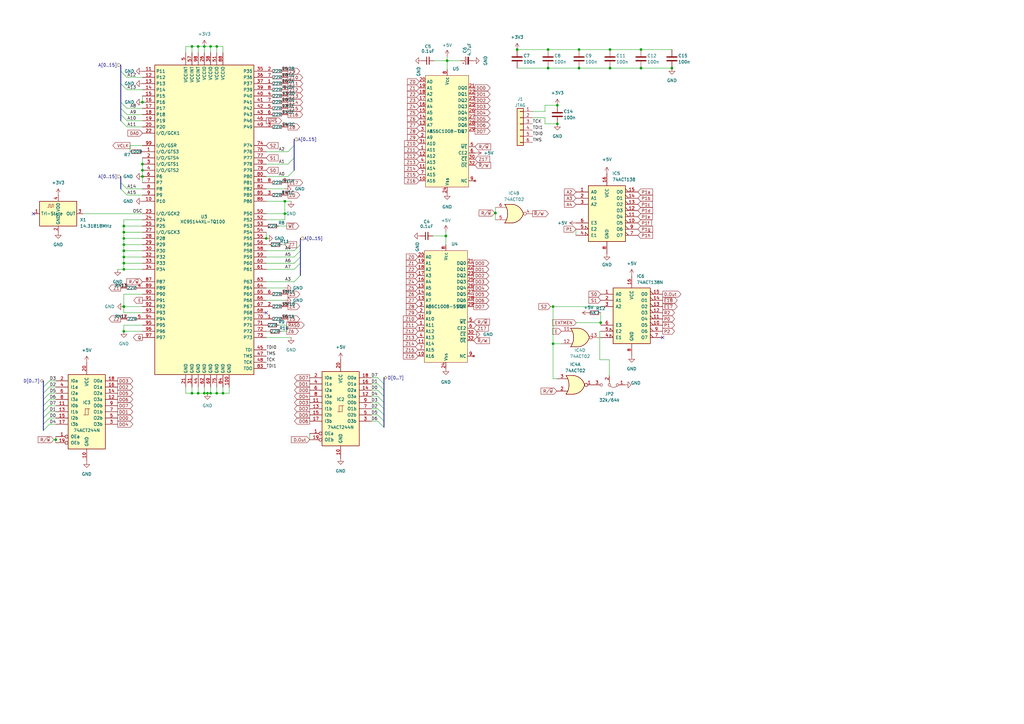
<source format=kicad_sch>
(kicad_sch (version 20231120) (generator "eeschema") (generator_version "8.0")
  (paper "A3")
  (junction (at 91.44 161.29))
  (junction (at 226.822 140.97))
  (junction (at 50.8 105.41))
  (junction (at 250.19 27.94))
  (junction (at 250.19 20.32))
  (junction (at 203.2 87.376))
  (junction (at 50.8 97.79))
  (junction (at 109.22 97.79))
  (junction (at 262.89 20.32))
  (junction (at 83.82 19.05))
  (junction (at 183.388 24.892))
  (junction (at 83.82 161.29))
  (junction (at 58.42 41.91))
  (junction (at 81.28 19.05))
  (junction (at 78.74 161.29))
  (junction (at 50.8 92.71))
  (junction (at 88.9 161.29))
  (junction (at 246.3605 132.334))
  (junction (at 22.86 180.34))
  (junction (at 58.42 72.39))
  (junction (at 58.42 67.31))
  (junction (at 224.79 20.32))
  (junction (at 50.8 110.49))
  (junction (at 275.59 27.94))
  (junction (at 58.42 69.85))
  (junction (at 86.36 161.29))
  (junction (at 116.84 87.63))
  (junction (at 182.88 96.774))
  (junction (at 78.74 19.05))
  (junction (at 86.36 19.05))
  (junction (at 88.9 19.05))
  (junction (at 237.49 20.32))
  (junction (at 228.6 43.18))
  (junction (at 212.09 20.32))
  (junction (at 228.6 50.8))
  (junction (at 262.89 27.94))
  (junction (at 116.84 82.55))
  (junction (at 224.79 27.94))
  (junction (at 50.8 107.95))
  (junction (at 50.8 102.87))
  (junction (at 50.8 125.7475))
  (junction (at 81.28 161.29))
  (junction (at 237.49 27.94))
  (junction (at 226.822 125.73))
  (junction (at 50.8 125.73))
  (junction (at 50.8 95.25))
  (junction (at 85.09 161.29))
  (junction (at 50.8 135.89))
  (junction (at 50.8 100.33))
  (no_connect (at 109.22 128.27))
  (no_connect (at 271.78 138.43))
  (no_connect (at 13.716 87.63))
  (bus_entry (at 17.78 163.83) (size 2.54 -2.54))
  (bus_entry (at 17.78 176.53) (size 2.54 -2.54))
  (bus_entry (at 123.19 113.03) (size -2.54 2.54))
  (bus_entry (at 157.48 157.48) (size -2.54 -2.54))
  (bus_entry (at 123.19 107.95) (size -2.54 2.54))
  (bus_entry (at 49.53 41.91) (size 2.54 2.54))
  (bus_entry (at 120.65 59.69) (size -2.54 2.54))
  (bus_entry (at 49.53 44.45) (size 2.54 2.54))
  (bus_entry (at 49.53 29.21) (size 2.54 2.54))
  (bus_entry (at 17.78 158.75) (size 2.54 -2.54))
  (bus_entry (at 49.53 77.47) (size 2.54 2.54))
  (bus_entry (at 157.48 170.18) (size -2.54 -2.54))
  (bus_entry (at 49.53 74.93) (size 2.54 2.54))
  (bus_entry (at 157.48 162.56) (size -2.54 -2.54))
  (bus_entry (at 123.19 102.87) (size -2.54 2.54))
  (bus_entry (at 17.78 171.45) (size 2.54 -2.54))
  (bus_entry (at 49.53 34.29) (size 2.54 2.54))
  (bus_entry (at 157.48 167.64) (size -2.54 -2.54))
  (bus_entry (at 120.65 64.77) (size -2.54 2.54))
  (bus_entry (at 49.53 46.99) (size 2.54 2.54))
  (bus_entry (at 49.53 49.53) (size 2.54 2.54))
  (bus_entry (at 157.48 175.26) (size -2.54 -2.54))
  (bus_entry (at 17.78 173.99) (size 2.54 -2.54))
  (bus_entry (at 157.48 172.72) (size -2.54 -2.54))
  (bus_entry (at 123.19 105.41) (size -2.54 2.54))
  (bus_entry (at 123.19 100.33) (size -2.54 2.54))
  (bus_entry (at 157.48 160.02) (size -2.54 -2.54))
  (bus_entry (at 157.48 165.1) (size -2.54 -2.54))
  (bus_entry (at 17.78 166.37) (size 2.54 -2.54))
  (bus_entry (at 17.78 168.91) (size 2.54 -2.54))
  (bus_entry (at 120.65 69.85) (size -2.54 2.54))
  (bus_entry (at 17.78 161.29) (size 2.54 -2.54))
  (wire (pts (xy 225.806 125.73) (xy 226.822 125.73)))
  (wire (pts (xy 154.94 157.48) (xy 152.4 157.48)))
  (wire (pts (xy 50.8 133.35) (xy 58.42 133.35)))
  (wire (pts (xy 246.38 132.334) (xy 246.38 133.35)))
  (wire (pts (xy 245.491 138.43) (xy 246.38 138.43)))
  (wire (pts (xy 127 180.34) (xy 127 177.8)))
  (bus (pts (xy 17.78 166.37) (xy 17.78 163.83)))
  (wire (pts (xy 86.36 21.59) (xy 86.36 19.05)))
  (wire (pts (xy 50.8 92.71) (xy 58.42 92.71)))
  (wire (pts (xy 218.44 48.26) (xy 223.52 48.26)))
  (wire (pts (xy 109.22 105.41) (xy 120.65 105.41)))
  (wire (pts (xy 230.251 140.97) (xy 226.822 140.97)))
  (wire (pts (xy 50.8 125.7475) (xy 50.8 125.73)))
  (wire (pts (xy 52.07 52.07) (xy 58.42 52.07)))
  (wire (pts (xy 246.3605 128.2859) (xy 246.3605 132.334)))
  (bus (pts (xy 17.78 163.83) (xy 17.78 161.29)))
  (wire (pts (xy 109.22 138.43) (xy 119.38 138.43)))
  (wire (pts (xy 78.74 158.75) (xy 78.74 161.29)))
  (wire (pts (xy 53.34 59.69) (xy 58.42 59.69)))
  (wire (pts (xy 218.44 45.72) (xy 223.52 45.72)))
  (wire (pts (xy 109.22 82.55) (xy 116.84 82.55)))
  (wire (pts (xy 114.3 133.35) (xy 117.602 133.35)))
  (wire (pts (xy 34.036 87.63) (xy 58.42 87.63)))
  (wire (pts (xy 78.74 19.05) (xy 81.28 19.05)))
  (bus (pts (xy 157.48 167.64) (xy 157.48 170.18)))
  (bus (pts (xy 123.19 107.95) (xy 123.19 105.41)))
  (wire (pts (xy 246.38 135.89) (xy 245.999 135.89)))
  (wire (pts (xy 52.07 31.75) (xy 58.42 31.75)))
  (wire (pts (xy 20.32 158.75) (xy 22.86 158.75)))
  (wire (pts (xy 86.36 161.29) (xy 85.09 161.29)))
  (wire (pts (xy 50.8 105.41) (xy 50.8 102.87)))
  (wire (pts (xy 81.28 19.05) (xy 83.82 19.05)))
  (wire (pts (xy 50.8 125.73) (xy 58.42 125.73)))
  (wire (pts (xy 20.32 166.37) (xy 22.86 166.37)))
  (bus (pts (xy 49.53 26.67) (xy 49.53 29.21)))
  (wire (pts (xy 237.49 27.94) (xy 250.19 27.94)))
  (bus (pts (xy 49.53 74.93) (xy 49.53 77.47)))
  (wire (pts (xy 154.94 162.56) (xy 152.4 162.56)))
  (wire (pts (xy 262.89 27.94) (xy 275.59 27.94)))
  (wire (pts (xy 116.84 77.47) (xy 109.22 77.47)))
  (bus (pts (xy 17.78 156.21) (xy 17.78 158.75)))
  (bus (pts (xy 120.65 57.15) (xy 120.65 59.69)))
  (wire (pts (xy 224.79 20.32) (xy 237.49 20.32)))
  (bus (pts (xy 157.48 172.72) (xy 157.48 175.26)))
  (bus (pts (xy 123.19 100.33) (xy 123.19 102.87)))
  (wire (pts (xy 93.98 158.75) (xy 93.98 161.29)))
  (wire (pts (xy 88.9 19.05) (xy 86.36 19.05)))
  (wire (pts (xy 81.28 19.05) (xy 81.28 21.59)))
  (wire (pts (xy 203.2 85.09) (xy 203.2 87.376)))
  (wire (pts (xy 86.36 158.75) (xy 86.36 161.29)))
  (wire (pts (xy 91.44 161.29) (xy 88.9 161.29)))
  (wire (pts (xy 76.2 161.29) (xy 78.74 161.29)))
  (wire (pts (xy 241.4075 128.2859) (xy 241.2805 128.2859)))
  (wire (pts (xy 154.94 172.72) (xy 152.4 172.72)))
  (wire (pts (xy 58.42 100.33) (xy 50.8 100.33)))
  (bus (pts (xy 123.19 97.79) (xy 123.19 100.33)))
  (bus (pts (xy 49.53 34.29) (xy 49.53 41.91)))
  (wire (pts (xy 223.52 50.8) (xy 228.6 50.8)))
  (wire (pts (xy 236.22 93.98) (xy 236.22 96.52)))
  (wire (pts (xy 109.22 95.25) (xy 109.22 97.79)))
  (wire (pts (xy 115.316 135.89) (xy 117.602 135.89)))
  (wire (pts (xy 249.936 147.574) (xy 249.936 154.051)))
  (bus (pts (xy 17.78 173.99) (xy 17.78 176.53)))
  (wire (pts (xy 58.42 64.77) (xy 58.42 67.31)))
  (wire (pts (xy 78.74 19.05) (xy 78.74 21.59)))
  (wire (pts (xy 20.32 163.83) (xy 22.86 163.83)))
  (bus (pts (xy 157.48 162.56) (xy 157.48 160.02)))
  (bus (pts (xy 49.53 29.21) (xy 49.53 34.29)))
  (wire (pts (xy 52.07 77.47) (xy 58.42 77.47)))
  (bus (pts (xy 49.53 46.99) (xy 49.53 49.53)))
  (wire (pts (xy 58.42 69.85) (xy 58.42 72.39)))
  (wire (pts (xy 154.94 160.02) (xy 152.4 160.02)))
  (wire (pts (xy 109.22 115.57) (xy 120.65 115.57)))
  (wire (pts (xy 91.44 158.75) (xy 91.44 161.29)))
  (bus (pts (xy 49.53 72.39) (xy 49.53 74.93)))
  (bus (pts (xy 17.78 168.91) (xy 17.78 166.37)))
  (wire (pts (xy 50.8 135.89) (xy 50.8 133.35)))
  (bus (pts (xy 157.48 167.64) (xy 157.48 165.1)))
  (wire (pts (xy 178.054 24.892) (xy 183.388 24.892)))
  (wire (pts (xy 116.84 123.19) (xy 109.22 123.19)))
  (wire (pts (xy 154.94 154.94) (xy 152.4 154.94)))
  (wire (pts (xy 116.84 87.63) (xy 116.84 90.17)))
  (wire (pts (xy 52.07 80.01) (xy 58.42 80.01)))
  (wire (pts (xy 20.32 156.21) (xy 22.86 156.21)))
  (wire (pts (xy 245.999 147.574) (xy 249.936 147.574)))
  (wire (pts (xy 91.44 21.59) (xy 91.44 19.05)))
  (wire (pts (xy 50.8 95.25) (xy 50.8 92.71)))
  (wire (pts (xy 109.22 110.49) (xy 120.65 110.49)))
  (wire (pts (xy 50.8 97.79) (xy 58.42 97.79)))
  (wire (pts (xy 154.94 167.64) (xy 152.4 167.64)))
  (wire (pts (xy 223.52 43.18) (xy 228.6 43.18)))
  (wire (pts (xy 50.8 107.95) (xy 58.42 107.95)))
  (wire (pts (xy 50.8 128.27) (xy 58.42 128.27)))
  (wire (pts (xy 86.36 19.05) (xy 83.82 19.05)))
  (wire (pts (xy 116.84 90.17) (xy 109.22 90.17)))
  (wire (pts (xy 109.22 67.31) (xy 118.11 67.31)))
  (wire (pts (xy 246.3605 132.334) (xy 246.38 132.334)))
  (wire (pts (xy 76.2 158.75) (xy 76.2 161.29)))
  (wire (pts (xy 109.22 62.23) (xy 118.11 62.23)))
  (wire (pts (xy 52.07 44.45) (xy 58.42 44.45)))
  (wire (pts (xy 50.8 110.49) (xy 58.42 110.49)))
  (wire (pts (xy 262.89 20.32) (xy 275.59 20.32)))
  (wire (pts (xy 76.2 21.59) (xy 76.2 19.05)))
  (wire (pts (xy 20.32 168.91) (xy 22.86 168.91)))
  (wire (pts (xy 83.82 158.75) (xy 83.82 161.29)))
  (wire (pts (xy 52.07 46.99) (xy 58.42 46.99)))
  (wire (pts (xy 88.9 161.29) (xy 86.36 161.29)))
  (wire (pts (xy 50.8 102.87) (xy 58.42 102.87)))
  (wire (pts (xy 212.09 27.94) (xy 224.79 27.94)))
  (wire (pts (xy 224.79 27.94) (xy 237.49 27.94)))
  (wire (pts (xy 22.86 179.07) (xy 22.86 180.34)))
  (wire (pts (xy 183.388 24.892) (xy 183.388 28.448)))
  (bus (pts (xy 17.78 173.99) (xy 17.78 171.45)))
  (wire (pts (xy 76.2 19.05) (xy 78.74 19.05)))
  (wire (pts (xy 226.822 125.73) (xy 246.38 125.73)))
  (wire (pts (xy 183.388 23.114) (xy 183.388 24.892)))
  (wire (pts (xy 117.602 92.71) (xy 114.3 92.71)))
  (wire (pts (xy 250.19 20.32) (xy 262.89 20.32)))
  (wire (pts (xy 212.09 20.32) (xy 224.79 20.32)))
  (wire (pts (xy 109.22 107.95) (xy 120.65 107.95)))
  (wire (pts (xy 52.07 49.53) (xy 58.42 49.53)))
  (wire (pts (xy 83.82 161.29) (xy 85.09 161.29)))
  (wire (pts (xy 226.822 140.97) (xy 226.822 155.321)))
  (wire (pts (xy 109.22 118.11) (xy 116.84 118.11)))
  (wire (pts (xy 182.88 94.996) (xy 182.88 96.774)))
  (bus (pts (xy 17.78 161.29) (xy 17.78 158.75)))
  (wire (pts (xy 50.8 92.71) (xy 50.8 90.17)))
  (wire (pts (xy 236.347 132.334) (xy 246.3605 132.334)))
  (wire (pts (xy 78.74 161.29) (xy 81.28 161.29)))
  (wire (pts (xy 250.19 27.94) (xy 262.89 27.94)))
  (wire (pts (xy 52.07 36.83) (xy 58.42 36.83)))
  (wire (pts (xy 223.52 48.26) (xy 223.52 50.8)))
  (wire (pts (xy 88.9 21.59) (xy 88.9 19.05)))
  (bus (pts (xy 49.53 44.45) (xy 49.53 46.99)))
  (wire (pts (xy 81.28 161.29) (xy 83.82 161.29)))
  (wire (pts (xy 20.32 161.29) (xy 22.86 161.29)))
  (wire (pts (xy 50.8 110.49) (xy 50.8 107.95)))
  (wire (pts (xy 88.9 158.75) (xy 88.9 161.29)))
  (wire (pts (xy 183.388 24.892) (xy 188.976 24.892)))
  (wire (pts (xy 22.098 180.34) (xy 22.86 180.34)))
  (wire (pts (xy 154.94 165.1) (xy 152.4 165.1)))
  (wire (pts (xy 202.946 87.376) (xy 203.2 87.376)))
  (wire (pts (xy 93.98 161.29) (xy 91.44 161.29)))
  (bus (pts (xy 157.48 165.1) (xy 157.48 162.56)))
  (wire (pts (xy 50.8 95.25) (xy 58.42 95.25)))
  (wire (pts (xy 50.8 105.41) (xy 58.42 105.41)))
  (wire (pts (xy 20.32 173.99) (xy 22.86 173.99)))
  (wire (pts (xy 50.8 125.73) (xy 50.8 120.65)))
  (wire (pts (xy 50.8 120.65) (xy 58.42 120.65)))
  (wire (pts (xy 50.8 107.95) (xy 50.8 105.41)))
  (wire (pts (xy 154.94 170.18) (xy 152.4 170.18)))
  (bus (pts (xy 123.19 105.41) (xy 123.19 102.87)))
  (wire (pts (xy 91.44 19.05) (xy 88.9 19.05)))
  (wire (pts (xy 226.822 140.97) (xy 226.822 125.73)))
  (wire (pts (xy 109.22 135.89) (xy 110.236 135.89)))
  (bus (pts (xy 49.53 44.45) (xy 49.53 41.91)))
  (wire (pts (xy 226.822 155.321) (xy 228.346 155.321)))
  (wire (pts (xy 20.32 171.45) (xy 22.86 171.45)))
  (wire (pts (xy 50.8 128.27) (xy 50.8 125.7475)))
  (wire (pts (xy 116.84 82.55) (xy 116.84 87.63)))
  (wire (pts (xy 83.82 19.05) (xy 83.82 21.59)))
  (wire (pts (xy 109.22 102.87) (xy 120.65 102.87)))
  (wire (pts (xy 115.57 100.33) (xy 116.84 100.33)))
  (bus (pts (xy 120.65 64.77) (xy 120.65 69.85)))
  (wire (pts (xy 58.42 39.37) (xy 58.42 41.91)))
  (wire (pts (xy 50.8 97.79) (xy 50.8 95.25)))
  (wire (pts (xy 237.49 20.32) (xy 250.19 20.32)))
  (wire (pts (xy 48.26 110.49) (xy 50.8 110.49)))
  (wire (pts (xy 50.8 102.87) (xy 50.8 100.33)))
  (wire (pts (xy 58.42 67.31) (xy 58.42 69.85)))
  (bus (pts (xy 157.48 154.94) (xy 157.48 157.48)))
  (wire (pts (xy 109.22 87.63) (xy 116.84 87.63)))
  (wire (pts (xy 109.22 72.39) (xy 118.11 72.39)))
  (bus (pts (xy 123.19 113.03) (xy 123.19 107.95)))
  (wire (pts (xy 203.2 87.376) (xy 203.2 90.17)))
  (wire (pts (xy 116.84 82.55) (xy 119.38 82.55)))
  (bus (pts (xy 157.48 160.02) (xy 157.48 157.48)))
  (bus (pts (xy 157.48 172.72) (xy 157.48 170.18)))
  (wire (pts (xy 223.52 45.72) (xy 223.52 43.18)))
  (wire (pts (xy 109.22 100.33) (xy 110.49 100.33)))
  (wire (pts (xy 182.88 96.774) (xy 182.88 100.33)))
  (wire (pts (xy 245.999 135.89) (xy 245.999 147.574)))
  (wire (pts (xy 81.28 158.75) (xy 81.28 161.29)))
  (wire (pts (xy 58.42 72.39) (xy 58.42 74.93)))
  (wire (pts (xy 50.8 135.89) (xy 58.42 135.89)))
  (bus (pts (xy 120.65 59.69) (xy 120.65 64.77)))
  (wire (pts (xy 177.546 96.774) (xy 182.88 96.774)))
  (wire (pts (xy 50.8 100.33) (xy 50.8 97.79)))
  (wire (pts (xy 50.8 90.17) (xy 58.42 90.17)))
  (wire (pts (xy 53.34 59.69) (xy 53.34 62.23)))
  (bus (pts (xy 17.78 168.91) (xy 17.78 171.45)))
  (wire (pts (xy 22.86 180.34) (xy 22.86 181.61)))
  (label "D3" (at 154.94 165.1 180))
  (label "D4" (at 20.32 173.99 0))
  (label "TMS" (at 109.22 146.05 0))
  (label "A9" (at 55.88 46.99 180))
  (label "D5" (at 154.94 170.18 180))
  (label "TDI0" (at 109.22 143.51 0))
  (label "D6" (at 20.32 163.83 0))
  (label "D2" (at 154.94 167.64 180))
  (label "D6" (at 154.94 172.72 180))
  (label "A10" (at 55.88 49.53 180))
  (label "TCK" (at 109.22 148.59 0))
  (label "D3" (at 20.32 156.21 0))
  (label "TMS" (at 218.44 58.42 0))
  (label "D1" (at 20.32 168.91 0))
  (label "A4" (at 116.84 102.87 0))
  (label "D1" (at 154.94 157.48 180))
  (label "D5" (at 20.32 161.29 0))
  (label "A14" (at 55.88 77.47 180))
  (label "D0" (at 154.94 160.02 180))
  (label "A8" (at 55.88 44.45 180))
  (label "D0" (at 20.32 171.45 0))
  (label "A1" (at 114.3 67.31 0))
  (label "A2" (at 114.3 62.23 0))
  (label "TDI1" (at 109.22 151.13 0))
  (label "TCK" (at 218.44 50.8 0))
  (label "OSC" (at 58.42 87.63 180))
  (label "A7" (at 116.84 110.49 0))
  (label "A6" (at 116.84 107.95 0))
  (label "A0" (at 114.3 72.39 0))
  (label "TDI1" (at 218.44 53.34 0))
  (label "A13" (at 55.88 36.83 180))
  (label "D4" (at 154.94 162.56 180))
  (label "A3" (at 116.84 115.57 0))
  (label "A12" (at 55.88 31.75 180))
  (label "TDI0" (at 218.44 55.88 0))
  (label "D7" (at 20.32 166.37 0))
  (label "A15" (at 55.88 80.01 180))
  (label "A11" (at 55.88 52.07 180))
  (label "D2" (at 20.32 158.75 0))
  (label "A5" (at 116.84 105.41 0))
  (label "D7" (at 154.94 154.94 180))
  (global_label "Z3" (shape input) (at 171.45 113.03 180) (property "Intersheetrefs" "${INTERSHEET_REFS}" (effects (hide yes))))
  (global_label "Z16" (shape input) (at 171.958 74.168 180) (property "Intersheetrefs" "${INTERSHEET_REFS}" (effects (hide yes))))
  (global_label "Z11" (shape input) (at 171.45 133.35 180) (property "Intersheetrefs" "${INTERSHEET_REFS}" (effects (hide yes))))
  (global_label "DO0" (shape output) (at 194.31 107.95 0) (property "Intersheetrefs" "${INTERSHEET_REFS}" (effects (hide yes))))
  (global_label "Z1" (shape output) (at 49.53 118.11 180) (property "Intersheetrefs" "${INTERSHEET_REFS}" (effects (hide yes))))
  (global_label "P1b" (shape input) (at 261.62 81.28 0) (property "Intersheetrefs" "${INTERSHEET_REFS}" (effects (hide yes))))
  (global_label "Z7" (shape input) (at 116.84 100.33 0) (property "Intersheetrefs" "${INTERSHEET_REFS}" (effects (hide yes))))
  (global_label "Z17" (shape output) (at 118.11 74.93 0) (property "Intersheetrefs" "${INTERSHEET_REFS}" (effects (hide yes))))
  (global_label "Z16" (shape input) (at 171.45 146.05 180) (property "Intersheetrefs" "${INTERSHEET_REFS}" (effects (hide yes))))
  (global_label "Z0" (shape output) (at 118.11 80.01 0) (property "Intersheetrefs" "${INTERSHEET_REFS}" (effects (hide yes))))
  (global_label "Z3" (shape input) (at 171.958 41.148 180) (property "Intersheetrefs" "${INTERSHEET_REFS}" (effects (hide yes))))
  (global_label "Z13" (shape input) (at 171.958 66.548 180) (property "Intersheetrefs" "${INTERSHEET_REFS}" (effects (hide yes))))
  (global_label "Z2" (shape output) (at 49.53 130.81 180) (property "Intersheetrefs" "${INTERSHEET_REFS}" (effects (hide yes))))
  (global_label "DO7" (shape output) (at 194.31 125.73 0) (property "Intersheetrefs" "${INTERSHEET_REFS}" (effects (hide yes))))
  (global_label "VCLK" (shape output) (at 53.34 59.69 180) (property "Intersheetrefs" "${INTERSHEET_REFS}" (effects (hide yes))))
  (global_label "DO5" (shape output) (at 127 170.18 180) (property "Intersheetrefs" "${INTERSHEET_REFS}" (effects (hide yes))))
  (global_label "E" (shape input) (at 230.251 135.89 180) (property "Intersheetrefs" "${INTERSHEET_REFS}" (effects (hide yes))))
  (global_label "S0" (shape input) (at 109.22 69.85 0) (property "Intersheetrefs" "${INTERSHEET_REFS}" (effects (hide yes))))
  (global_label "Z8" (shape input) (at 171.958 53.848 180) (property "Intersheetrefs" "${INTERSHEET_REFS}" (effects (hide yes))))
  (global_label "P0" (shape output) (at 271.78 130.81 0) (property "Intersheetrefs" "${INTERSHEET_REFS}" (effects (hide yes))))
  (global_label "DO6" (shape output) (at 194.31 123.19 0) (property "Intersheetrefs" "${INTERSHEET_REFS}" (effects (hide yes))))
  (global_label "A2" (shape input) (at 236.22 78.74 180) (property "Intersheetrefs" "${INTERSHEET_REFS}" (effects (hide yes))))
  (global_label "DO6" (shape output) (at 48.26 163.83 0) (property "Intersheetrefs" "${INTERSHEET_REFS}" (effects (hide yes))))
  (global_label "P1" (shape output) (at 271.78 133.35 0) (property "Intersheetrefs" "${INTERSHEET_REFS}" (effects (hide yes))))
  (global_label "R{slash}~{W}" (shape input) (at 194.31 132.08 0) (property "Intersheetrefs" "${INTERSHEET_REFS}" (effects (hide yes))))
  (global_label "Z10" (shape input) (at 171.45 130.81 180) (property "Intersheetrefs" "${INTERSHEET_REFS}" (effects (hide yes))))
  (global_label "Z1" (shape input) (at 171.45 107.95 180) (property "Intersheetrefs" "${INTERSHEET_REFS}" (effects (hide yes))))
  (global_label "DO0" (shape output) (at 48.26 171.45 0) (property "Intersheetrefs" "${INTERSHEET_REFS}" (effects (hide yes))))
  (global_label "DO0" (shape output) (at 127 160.02 180) (property "Intersheetrefs" "${INTERSHEET_REFS}" (effects (hide yes))))
  (global_label "EXTMEN" (shape input) (at 236.347 132.334 180) (property "Intersheetrefs" "${INTERSHEET_REFS}" (effects (hide yes))))
  (global_label "R{slash}~{W}" (shape input) (at 202.946 87.376 180) (property "Intersheetrefs" "${INTERSHEET_REFS}" (effects (hide yes))))
  (global_label "S2" (shape input) (at 109.22 59.69 0) (property "Intersheetrefs" "${INTERSHEET_REFS}" (effects (hide yes))))
  (global_label "DO1" (shape output) (at 194.31 110.49 0) (property "Intersheetrefs" "${INTERSHEET_REFS}" (effects (hide yes))))
  (global_label "DO4" (shape output) (at 194.818 46.228 0) (property "Intersheetrefs" "${INTERSHEET_REFS}" (effects (hide yes))))
  (global_label "Z12" (shape output) (at 118.11 36.83 0) (property "Intersheetrefs" "${INTERSHEET_REFS}" (effects (hide yes))))
  (global_label "DO3" (shape output) (at 194.818 43.688 0) (property "Intersheetrefs" "${INTERSHEET_REFS}" (effects (hide yes))))
  (global_label "DO4" (shape output) (at 127 162.56 180) (property "Intersheetrefs" "${INTERSHEET_REFS}" (effects (hide yes))))
  (global_label "Z11" (shape input) (at 171.958 61.468 180) (property "Intersheetrefs" "${INTERSHEET_REFS}" (effects (hide yes))))
  (global_label "Z17" (shape input) (at 194.31 134.62 0) (property "Intersheetrefs" "${INTERSHEET_REFS}" (effects (hide yes))))
  (global_label "S2" (shape input) (at 225.806 125.73 180) (property "Intersheetrefs" "${INTERSHEET_REFS}" (effects (hide yes))))
  (global_label "Z7" (shape input) (at 171.45 123.19 180) (property "Intersheetrefs" "${INTERSHEET_REFS}" (effects (hide yes))))
  (global_label "R{slash}~{W}" (shape input) (at 22.098 180.34 180) (property "Intersheetrefs" "${INTERSHEET_REFS}" (effects (hide yes))))
  (global_label "Z6" (shape output) (at 117.602 135.89 0) (property "Intersheetrefs" "${INTERSHEET_REFS}" (effects (hide yes))))
  (global_label "P1h" (shape input) (at 261.62 96.52 0) (property "Intersheetrefs" "${INTERSHEET_REFS}" (effects (hide yes))))
  (global_label "Z10" (shape output) (at 118.11 31.75 0) (property "Intersheetrefs" "${INTERSHEET_REFS}" (effects (hide yes))))
  (global_label "Z5" (shape input) (at 171.958 46.228 180) (property "Intersheetrefs" "${INTERSHEET_REFS}" (effects (hide yes))))
  (global_label "Z2" (shape input) (at 171.958 38.608 180) (property "Intersheetrefs" "${INTERSHEET_REFS}" (effects (hide yes))))
  (global_label "DO6" (shape output) (at 127 172.72 180) (property "Intersheetrefs" "${INTERSHEET_REFS}" (effects (hide yes))))
  (global_label "DO2" (shape output) (at 194.31 113.03 0) (property "Intersheetrefs" "${INTERSHEET_REFS}" (effects (hide yes))))
  (global_label "Z13" (shape input) (at 171.45 138.43 180) (property "Intersheetrefs" "${INTERSHEET_REFS}" (effects (hide yes))))
  (global_label "D.Out" (shape input) (at 127 180.34 180) (property "Intersheetrefs" "${INTERSHEET_REFS}" (effects (hide yes))))
  (global_label "Z14" (shape input) (at 171.45 140.97 180) (property "Intersheetrefs" "${INTERSHEET_REFS}" (effects (hide yes))))
  (global_label "P1a" (shape input) (at 261.62 78.74 0) (property "Intersheetrefs" "${INTERSHEET_REFS}" (effects (hide yes))))
  (global_label "Z9" (shape input) (at 171.45 128.27 180) (property "Intersheetrefs" "${INTERSHEET_REFS}" (effects (hide yes))))
  (global_label "Z8" (shape output) (at 118.11 52.07 0) (property "Intersheetrefs" "${INTERSHEET_REFS}" (effects (hide yes))))
  (global_label "DO7" (shape output) (at 127 154.94 180) (property "Intersheetrefs" "${INTERSHEET_REFS}" (effects (hide yes))))
  (global_label "DO7" (shape output) (at 194.818 53.848 0) (property "Intersheetrefs" "${INTERSHEET_REFS}" (effects (hide yes))))
  (global_label "Z12" (shape input) (at 171.45 135.89 180) (property "Intersheetrefs" "${INTERSHEET_REFS}" (effects (hide yes))))
  (global_label "Z1" (shape input) (at 171.958 36.068 180) (property "Intersheetrefs" "${INTERSHEET_REFS}" (effects (hide yes))))
  (global_label "Z5" (shape input) (at 171.45 118.11 180) (property "Intersheetrefs" "${INTERSHEET_REFS}" (effects (hide yes))))
  (global_label "DO3" (shape output) (at 127 165.1 180) (property "Intersheetrefs" "${INTERSHEET_REFS}" (effects (hide yes))))
  (global_label "Z5" (shape output) (at 118.11 130.81 0) (property "Intersheetrefs" "${INTERSHEET_REFS}" (effects (hide yes))))
  (global_label "Z2" (shape input) (at 171.45 110.49 180) (property "Intersheetrefs" "${INTERSHEET_REFS}" (effects (hide yes))))
  (global_label "DA0" (shape input) (at 58.42 54.61 180) (property "Intersheetrefs" "${INTERSHEET_REFS}" (effects (hide yes))))
  (global_label "DO5" (shape output) (at 194.31 120.65 0) (property "Intersheetrefs" "${INTERSHEET_REFS}" (effects (hide yes))))
  (global_label "DO0" (shape output) (at 194.818 36.068 0) (property "Intersheetrefs" "${INTERSHEET_REFS}" (effects (hide yes))))
  (global_label "DO3" (shape output) (at 194.31 115.57 0) (property "Intersheetrefs" "${INTERSHEET_REFS}" (effects (hide yes))))
  (global_label "Q" (shape output) (at 58.42 138.43 180) (property "Intersheetrefs" "${INTERSHEET_REFS}" (effects (hide yes))))
  (global_label "Z10" (shape input) (at 171.958 58.928 180) (property "Intersheetrefs" "${INTERSHEET_REFS}" (effects (hide yes))))
  (global_label "Z0" (shape input) (at 171.958 33.528 180) (property "Intersheetrefs" "${INTERSHEET_REFS}" (effects (hide yes))))
  (global_label "DO5" (shape output) (at 48.26 161.29 0) (property "Intersheetrefs" "${INTERSHEET_REFS}" (effects (hide yes))))
  (global_label "Z16" (shape output) (at 118.11 46.99 0) (property "Intersheetrefs" "${INTERSHEET_REFS}" (effects (hide yes))))
  (global_label "Z14" (shape input) (at 171.958 69.088 180) (property "Intersheetrefs" "${INTERSHEET_REFS}" (effects (hide yes))))
  (global_label "P1g" (shape input) (at 261.62 93.98 0) (property "Intersheetrefs" "${INTERSHEET_REFS}" (effects (hide yes))))
  (global_label "A4" (shape input) (at 236.22 83.82 180) (property "Intersheetrefs" "${INTERSHEET_REFS}" (effects (hide yes))))
  (global_label "P2" (shape output) (at 271.78 135.89 0) (property "Intersheetrefs" "${INTERSHEET_REFS}" (effects (hide yes))))
  (global_label "DO6" (shape output) (at 194.818 51.308 0) (property "Intersheetrefs" "${INTERSHEET_REFS}" (effects (hide yes))))
  (global_label "DO1" (shape output) (at 48.26 168.91 0) (property "Intersheetrefs" "${INTERSHEET_REFS}" (effects (hide yes))))
  (global_label "Z6" (shape input) (at 171.958 48.768 180) (property "Intersheetrefs" "${INTERSHEET_REFS}" (effects (hide yes))))
  (global_label "Z9" (shape input) (at 171.958 56.388 180) (property "Intersheetrefs" "${INTERSHEET_REFS}" (effects (hide yes))))
  (global_label "DO4" (shape output) (at 48.26 173.99 0) (property "Intersheetrefs" "${INTERSHEET_REFS}" (effects (hide yes))))
  (global_label "~{R}{slash}W" (shape input) (at 194.31 139.7 0) (property "Intersheetrefs" "${INTERSHEET_REFS}" (effects (hide yes))))
  (global_label "Z4" (shape output) (at 118.11 125.73 0) (property "Intersheetrefs" "${INTERSHEET_REFS}" (effects (hide yes))))
  (global_label "P1e" (shape input) (at 261.62 88.9 0) (property "Intersheetrefs" "${INTERSHEET_REFS}" (effects (hide yes))))
  (global_label "Z15" (shape output) (at 118.11 44.45 0) (property "Intersheetrefs" "${INTERSHEET_REFS}" (effects (hide yes))))
  (global_label "Z12" (shape input) (at 171.958 64.008 180) (property "Intersheetrefs" "${INTERSHEET_REFS}" (effects (hide yes))))
  (global_label "S1" (shape input) (at 246.38 123.19 180) (property "Intersheetrefs" "${INTERSHEET_REFS}" (effects (hide yes))))
  (global_label "DO5" (shape output) (at 194.818 48.768 0) (property "Intersheetrefs" "${INTERSHEET_REFS}" (effects (hide yes))))
  (global_label "Z3" (shape output) (at 118.11 120.65 0) (property "Intersheetrefs" "${INTERSHEET_REFS}" (effects (hide yes))))
  (global_label "~{E17}" (shape output) (at 271.78 125.73 0) (property "Intersheetrefs" "${INTERSHEET_REFS}" (effects (hide yes))))
  (global_label "Z14" (shape output) (at 118.11 41.91 0) (property "Intersheetrefs" "${INTERSHEET_REFS}" (effects (hide yes))))
  (global_label "S1" (shape input) (at 109.22 64.77 0) (property "Intersheetrefs" "${INTERSHEET_REFS}" (effects (hide yes))))
  (global_label "P1d" (shape input) (at 261.62 86.36 0) (property "Intersheetrefs" "${INTERSHEET_REFS}" (effects (hide yes))))
  (global_label "R{slash}~{W}" (shape input) (at 194.818 60.198 0) (property "Intersheetrefs" "${INTERSHEET_REFS}" (effects (hide yes))))
  (global_label "Z15" (shape input) (at 171.958 71.628 180) (property "Intersheetrefs" "${INTERSHEET_REFS}" (effects (hide yes))))
  (global_label "E" (shape output) (at 58.42 123.19 180) (property "Intersheetrefs" "${INTERSHEET_REFS}" (effects (hide yes))))
  (global_label "DO3" (shape output) (at 48.26 156.21 0) (property "Intersheetrefs" "${INTERSHEET_REFS}" (effects (hide yes))))
  (global_label "~{RAS0}" (shape output) (at 117.602 133.35 0) (property "Intersheetrefs" "${INTERSHEET_REFS}" (effects (hide yes))))
  (global_label "Z15" (shape input) (at 171.45 143.51 180) (property "Intersheetrefs" "${INTERSHEET_REFS}" (effects (hide yes))))
  (global_label "Z4" (shape input) (at 171.958 43.688 180) (property "Intersheetrefs" "${INTERSHEET_REFS}" (effects (hide yes))))
  (global_label "R{slash}~{W}" (shape input) (at 58.42 115.57 180) (property "Intersheetrefs" "${INTERSHEET_REFS}" (effects (hide yes))))
  (global_label "P1" (shape input) (at 236.22 93.98 180) (property "Intersheetrefs" "${INTERSHEET_REFS}" (effects (hide yes))))
  (global_label "DO4" (shape output) (at 194.31 118.11 0) (property "Intersheetrefs" "${INTERSHEET_REFS}" (effects (hide yes))))
  (global_label "~{NHS}" (shape output) (at 109.22 49.53 0) (property "Intersheetrefs" "${INTERSHEET_REFS}" (effects (hide yes))))
  (global_label "DO1" (shape output) (at 127 157.48 180) (property "Intersheetrefs" "${INTERSHEET_REFS}" (effects (hide yes))))
  (global_label "Z7" (shape input) (at 171.958 51.308 180) (property "Intersheetrefs" "${INTERSHEET_REFS}" (effects (hide yes))))
  (global_label "DO2" (shape output) (at 194.818 41.148 0) (property "Intersheetrefs" "${INTERSHEET_REFS}" (effects (hide yes))))
  (global_label "P1f" (shape input) (at 261.62 91.44 0) (property "Intersheetrefs" "${INTERSHEET_REFS}" (effects (hide yes))))
  (global_label "~{R}{slash}W" (shape output) (at 218.44 87.63 0) (property "Intersheetrefs" "${INTERSHEET_REFS}" (effects (hide yes))))
  (global_label "DO7" (shape output) (at 48.26 166.37 0) (property "Intersheetrefs" "${INTERSHEET_REFS}" (effects (hide yes))))
  (global_label "R{slash}~{W}" (shape input) (at 228.346 160.401 180) (property "Intersheetrefs" "${INTERSHEET_REFS}" (effects (hide yes))))
  (global_label "Z11" (shape output) (at 118.11 34.29 0) (property "Intersheetrefs" "${INTERSHEET_REFS}" (effects (hide yes))))
  (global_label "Z6" (shape input) (at 171.45 120.65 180) (property "Intersheetrefs" "${INTERSHEET_REFS}" (effects (hide yes))))
  (global_label "P1c" (shape input) (at 261.62 83.82 0) (property "Intersheetrefs" "${INTERSHEET_REFS}" (effects (hide yes))))
  (global_label "Z13" (shape output) (at 118.11 39.37 0) (property "Intersheetrefs" "${INTERSHEET_REFS}" (effects (hide yes))))
  (global_label "S0" (shape input) (at 246.38 120.65 180) (property "Intersheetrefs" "${INTERSHEET_REFS}" (effects (hide yes))))
  (global_label "~{E18}" (shape output) (at 271.78 123.19 0) (property "Intersheetrefs" "${INTERSHEET_REFS}" (effects (hide yes))))
  (global_label "DO1" (shape output) (at 194.818 38.608 0) (property "Intersheetrefs" "${INTERSHEET_REFS}" (effects (hide yes))))
  (global_label "DO2" (shape output) (at 48.26 158.75 0) (property "Intersheetrefs" "${INTERSHEET_REFS}" (effects (hide yes))))
  (global_label "DO2" (shape output) (at 127 167.64 180) (property "Intersheetrefs" "${INTERSHEET_REFS}" (effects (hide yes))))
  (global_label "Z0" (shape input) (at 171.45 105.41 180) (property "Intersheetrefs" "${INTERSHEET_REFS}" (effects (hide yes))))
  (global_label "~{WE}" (shape output) (at 117.602 92.71 0) (property "Intersheetrefs" "${INTERSHEET_REFS}" (effects (hide yes))))
  (global_label "~{R}{slash}W" (shape input) (at 194.818 67.818 0) (property "Intersheetrefs" "${INTERSHEET_REFS}" (effects (hide yes))))
  (global_label "D.Out" (shape output) (at 271.78 120.65 0) (property "Intersheetrefs" "${INTERSHEET_REFS}" (effects (hide yes))))
  (global_label "Z8" (shape input) (at 171.45 125.73 180) (property "Intersheetrefs" "${INTERSHEET_REFS}" (effects (hide yes))))
  (global_label "R2" (shape output) (at 271.78 128.27 0) (property "Intersheetrefs" "${INTERSHEET_REFS}" (effects (hide yes))))
  (global_label "A3" (shape input) (at 236.22 81.28 180) (property "Intersheetrefs" "${INTERSHEET_REFS}" (effects (hide yes))))
  (global_label "Z9" (shape output) (at 118.11 29.21 0) (property "Intersheetrefs" "${INTERSHEET_REFS}" (effects (hide yes))))
  (global_label "Z4" (shape input) (at 171.45 115.57 180) (property "Intersheetrefs" "${INTERSHEET_REFS}" (effects (hide yes))))
  (global_label "Z17" (shape input) (at 194.818 65.278 0) (property "Intersheetrefs" "${INTERSHEET_REFS}" (effects (hide yes))))
  (hierarchical_label "A[0..15]" (shape input) (at 49.53 72.39 180))
  (hierarchical_label "A[0..15]" (shape input) (at 120.65 57.15 0))
  (hierarchical_label "A[0..15]" (shape input) (at 123.19 97.79 0))
  (hierarchical_label "A[0..15]" (shape input) (at 49.53 26.67 180))
  (hierarchical_label "D[0..7]" (shape bidirectional) (at 157.48 154.94 0))
  (hierarchical_label "D[0..7]" (shape bidirectional) (at 17.78 156.21 180))
  (symbol (lib_id "power:GND") (at 194.31 137.16 90) (unit 1)
    (property "Reference" "#PWR057" (effects (hide yes)))
    (property "Value" "GND" (at 198.12 137.16 90) (effects (justify right)))
  )
  (symbol (lib_id "Device:C") (at 237.49 24.13 0) (unit 1)
    (property "Reference" "C9" (at 240.03 22.86 0) (effects (justify left)))
    (property "Value" "100n" (at 240.03 25.4 0) (effects (justify left)))
    (property "Footprint" "Capacitor_SMD:C_0805_2012Metric_Pad1.18x1.45mm_HandSolder" (effects (hide yes)))
    (property "JLCPCB BOM" "0" (effects (hide yes)))
    (property "LCSC Part" "C149620" (effects (hide yes)))
  )
  (symbol (lib_id "power:GND") (at 116.84 118.11 90) (unit 1)
    (property "Reference" "#PWR042" (effects (hide yes)))
    (property "Value" "GND" (at 120.142 118.11 90) (effects (justify right)))
  )
  (symbol (lib_id "power:+5V") (at 248.92 71.12 0) (unit 1)
    (property "Reference" "#PWR036" (effects (hide yes)))
    (property "Value" "+5V" (at 248.92 65.405 0))
  )
  (symbol (lib_id "Device:R_Small") (at 111.76 92.71 270) (unit 1)
    (property "Reference" "R8" (at 115.443 91.44 90))
    (property "Value" "22R" (at 111.76 92.71 90))
    (property "Footprint" "Resistor_SMD:R_0805_2012Metric_Pad1.20x1.40mm_HandSolder" (effects (hide yes)))
    (property "DigiKey" "CF14JT22R0CT-ND" (effects (hide yes)))
  )
  (symbol (lib_id "Motorola PIA:R_Pack_Split") (at 113.665 120.65 0) (unit 6)
    (property "Reference" "RN1" (at 118.491 119.634 0))
    (property "Value" "22R" (at 113.665 120.65 0))
    (property "Footprint" "Package_SO:SOIC-16_3.9x9.9mm_P1.27mm" (effects (hide yes)))
  )
  (symbol (lib_id "Motorola PIA:R_Pack_Split") (at 113.665 46.99 0) (unit 6)
    (property "Reference" "RN2" (at 118.237 45.974 0))
    (property "Value" "22R" (at 113.665 46.99 0))
    (property "Footprint" "Package_SO:SOIC-16_3.9x9.9mm_P1.27mm" (effects (hide yes)))
    (property "Datasheet" "https://www.ctscorp.com/wp-content/uploads/766.pdf" (effects (hide yes)))
  )
  (symbol (lib_id "power:+3V3") (at 212.09 20.32 0) (unit 1)
    (property "Reference" "#PWR059" (effects (hide yes)))
    (property "Value" "+3V3" (at 212.09 15.24 0))
  )
  (symbol (lib_id "power:+3V3") (at 83.82 19.05 0) (unit 1)
    (property "Reference" "#PWR038" (effects (hide yes)))
    (property "Value" "+3V3" (at 83.82 13.97 0))
  )
  (symbol (lib_id "Motorola PIA:R_Pack_Split") (at 113.665 39.37 0) (unit 4)
    (property "Reference" "RN2" (at 118.364 38.354 0))
    (property "Value" "22R" (at 113.665 39.37 0))
    (property "Footprint" "Package_SO:SOIC-16_3.9x9.9mm_P1.27mm" (effects (hide yes)))
    (property "Datasheet" "https://www.ctscorp.com/wp-content/uploads/766.pdf" (effects (hide yes)))
  )
  (symbol (lib_id "power:GND") (at 50.8 135.89 0) (unit 1)
    (property "Reference" "#PWR034" (effects (hide yes)))
    (property "Value" "GND" (at 50.8 140.97 0))
  )
  (symbol (lib_id "Motorola PIA:R_Pack_Split") (at 113.665 52.07 0) (unit 3)
    (property "Reference" "RN2" (at 118.364 51.054 0))
    (property "Value" "22R" (at 113.665 52.07 0))
    (property "Footprint" "Package_SO:SOIC-16_3.9x9.9mm_P1.27mm" (effects (hide yes)))
    (property "Datasheet" "https://www.ctscorp.com/wp-content/uploads/766.pdf" (effects (hide yes)))
  )
  (symbol (lib_id "Motorola PIA:R_Pack_Split") (at 113.665 74.93 0) (unit 8)
    (property "Reference" "RN1" (at 118.237 74.168 0))
    (property "Value" "22R" (at 113.665 74.93 0))
    (property "Footprint" "Package_SO:SOIC-16_3.9x9.9mm_P1.27mm" (effects (hide yes)))
  )
  (symbol (lib_id "Device:C_Small") (at 175.514 24.892 90) (unit 1)
    (property "Reference" "C5" (at 175.514 19.05 90))
    (property "Value" "0.1uF" (at 175.5203 20.955 90))
    (property "Footprint" "Capacitor_SMD:C_0805_2012Metric_Pad1.18x1.45mm_HandSolder" (effects (hide yes)))
    (property "Datasheet" "https://www.vishay.com/docs/45171/kseries.pdf" (effects (hide yes)))
    (property "DigiKey" "BC1101CT-ND" (effects (hide yes)))
  )
  (symbol (lib_id "Device:R_Small") (at 55.88 62.23 90) (unit 1)
    (property "Reference" "R7" (at 52.197 63.5 90))
    (property "Value" "100R" (at 55.88 62.23 90))
    (property "Footprint" "Resistor_SMD:R_0805_2012Metric_Pad1.20x1.40mm_HandSolder" (effects (hide yes)))
    (property "DigiKey" "CF14JT22R0CT-ND" (effects (hide yes)))
  )
  (symbol (lib_id "Connector_Generic:Conn_01x06") (at 213.36 50.8 0) (mirror y) (unit 1)
    (property "Reference" "J1" (at 213.36 40.64 0))
    (property "Value" "JTAG" (at 213.36 43.18 0))
    (property "Footprint" "Connector_PinHeader_2.54mm:PinHeader_1x06_P2.54mm_Vertical" (effects (hide yes)))
    (property "JLCPCB BOM" "0" (effects (hide yes)))
  )
  (symbol (lib_id "Motorola PIA:R_Pack_Split") (at 53.975 118.11 0) (mirror y) (unit 4)
    (property "Reference" "RN1" (at 49.784 117.094 0))
    (property "Value" "22R" (at 53.975 118.11 0))
    (property "Footprint" "Package_SO:SOIC-16_3.9x9.9mm_P1.27mm" (effects (hide yes)))
  )
  (symbol (lib_id "power:GND") (at 50.8 125.7475 270) (unit 1)
    (property "Reference" "#PWR033" (effects (hide yes)))
    (property "Value" "GND" (at 46.99 125.7475 90) (effects (justify right)))
  )
  (symbol (lib_id "Motorola PIA:R_Pack_Split") (at 113.665 31.75 0) (unit 7)
    (property "Reference" "RN1" (at 118.237 30.734 0))
    (property "Value" "22R" (at 113.665 31.75 0))
    (property "Footprint" "Package_SO:SOIC-16_3.9x9.9mm_P1.27mm" (effects (hide yes)))
  )
  (symbol (lib_id "power:GND") (at 116.84 123.19 90) (unit 1)
    (property "Reference" "#PWR043" (effects (hide yes)))
    (property "Value" "GND" (at 120.142 123.19 90) (effects (justify right)))
  )
  (symbol (lib_id "power:+5V") (at 182.88 94.996 0) (unit 1)
    (property "Reference" "#PWR052" (effects (hide yes)))
    (property "Value" "+5V" (at 182.88 90.424 0))
  )
  (symbol (lib_id "74xx:74LS244") (at 35.56 168.91 0) (unit 1)
    (property "Reference" "IC3" (at 35.56 165.1 0))
    (property "Value" "74ACT244N" (at 35.56 176.53 0))
    (property "Footprint" "Package_SO:SOIC-20W_7.5x12.8mm_P1.27mm" (effects (hide yes)))
    (property "Datasheet" "http://www.ti.com/lit/ds/symlink/sn74ls244.pdf" (effects (hide yes)))
    (property "DigiKey" "74ACT244SCXCT-ND" (effects (hide yes)))
    (property "SA2120" "Sheet 1" (effects (hide yes)))
  )
  (symbol (lib_id "power:GND") (at 256.286 157.861 90) (mirror x) (unit 1)
    (property "Reference" "#PWR047" (effects (hide yes)))
    (property "Value" "GND" (at 258.699 157.099 90) (effects (justify right)))
  )
  (symbol (lib_id "Device:C") (at 228.6 46.99 0) (mirror y) (unit 1)
    (property "Reference" "C14" (at 231.14 45.72 0) (effects (justify right)))
    (property "Value" "100n" (at 231.14 48.26 0) (effects (justify right)))
    (property "Footprint" "Capacitor_SMD:C_0805_2012Metric_Pad1.18x1.45mm_HandSolder" (effects (hide yes)))
    (property "JLCPCB BOM" "0" (effects (hide yes)))
    (property "LCSC Part" "C149620" (effects (hide yes)))
  )
  (symbol (lib_id "74xx:74LS02") (at 237.871 138.43 0) (unit 4)
    (property "Reference" "IC4" (at 237.871 143.637 0))
    (property "Value" "74ACT02" (at 237.871 146.177 0))
    (property "Footprint" "Package_SO:SOIC-14_3.9x8.7mm_P1.27mm" (effects (hide yes)))
    (property "Datasheet" "http://www.ti.com/lit/gpn/sn74ls02" (effects (hide yes)))
    (property "DigiKey" "MC74ACT02DR2GOSCT-ND" (effects (hide yes)))
    (property "SA2120" "Sheet 1 (spare)" (effects (hide yes)))
  )
  (symbol (lib_id "Oscillator:ECS-2520MV-xxx-xx") (at 23.876 87.63 0) (unit 1)
    (property "Reference" "X1" (at 32.766 90.17 0) (effects (justify left)))
    (property "Value" "14.31818MHz" (at 32.766 92.71 0) (effects (justify left)))
    (property "Footprint" "Oscillator:Oscillator_SMD_ECS_2520MV-xxx-xx-4Pin_2.5x2.0mm" (effects (hide yes)))
    (property "Datasheet" "https://www.ecsxtal.com/store/pdf/ECS-2520MV.pdf" (effects (hide yes)))
    (property "LCSC Part" "C5119017" (effects (hide yes)))
    (property "RS" "https://uk.rs-online.com/web/p/crystal-oscillators/1721882" (effects (hide yes)))
  )
  (symbol (lib_id "power:GND") (at 58.42 34.29 270) (unit 1)
    (property "Reference" "#PWR0176" (effects (hide yes)))
    (property "Value" "GND" (at 55.118 34.29 90) (effects (justify right)))
  )
  (symbol (lib_id "power:GND") (at 116.84 77.47 90) (unit 1)
    (property "Reference" "#PWR040" (effects (hide yes)))
    (property "Value" "GND" (at 120.904 77.47 90) (effects (justify right)))
  )
  (symbol (lib_id "Device:C") (at 212.09 24.13 0) (unit 1)
    (property "Reference" "C7" (at 214.63 22.86 0) (effects (justify left)))
    (property "Value" "100n" (at 214.63 25.4 0) (effects (justify left)))
    (property "Footprint" "Capacitor_SMD:C_0805_2012Metric_Pad1.18x1.45mm_HandSolder" (effects (hide yes)))
    (property "JLCPCB BOM" "0" (effects (hide yes)))
    (property "LCSC Part" "C149620" (effects (hide yes)))
  )
  (symbol (lib_id "74xx:74LS244") (at 139.7 167.64 0) (unit 1)
    (property "Reference" "IC2" (at 139.7 163.83 0))
    (property "Value" "74ACT244N" (at 139.7 175.26 0))
    (property "Footprint" "Package_SO:SOIC-20W_7.5x12.8mm_P1.27mm" (effects (hide yes)))
    (property "Datasheet" "http://www.ti.com/lit/ds/symlink/sn74ls244.pdf" (effects (hide yes)))
    (property "DigiKey" "74ACT244SCXCT-ND" (effects (hide yes)))
    (property "SA2120" "Sheet 1" (effects (hide yes)))
  )
  (symbol (lib_id "Motorola PIA:R_Pack_Split") (at 113.665 34.29 0) (unit 1)
    (property "Reference" "RN2" (at 118.11 33.274 0))
    (property "Value" "22R" (at 113.665 34.29 0))
    (property "Footprint" "Package_SO:SOIC-16_3.9x9.9mm_P1.27mm" (effects (hide yes)))
    (property "Datasheet" "https://www.ctscorp.com/wp-content/uploads/766.pdf" (effects (hide yes)))
  )
  (symbol (lib_id "power:+5V") (at 183.388 23.114 0) (unit 1)
    (property "Reference" "#PWR054" (effects (hide yes)))
    (property "Value" "+5V" (at 183.388 18.542 0))
  )
  (symbol (lib_id "power:GND") (at 58.42 41.91 270) (unit 1)
    (property "Reference" "#PWR030" (effects (hide yes)))
    (property "Value" "GND" (at 55.118 41.91 90) (effects (justify right)))
  )
  (symbol (lib_id "power:GND") (at 183.388 79.248 0) (unit 1)
    (property "Reference" "#PWR055" (effects (hide yes)))
    (property "Value" "GND" (at 183.388 84.836 0))
  )
  (symbol (lib_id "power:GND") (at 35.56 189.23 0) (unit 1)
    (property "Reference" "#PWR027" (effects (hide yes)))
    (property "Value" "GND" (at 35.56 194.437 0))
  )
  (symbol (lib_id "power:GND") (at 248.92 104.14 0) (unit 1)
    (property "Reference" "#PWR037" (effects (hide yes)))
    (property "Value" "GND" (at 248.92 108.585 0))
  )
  (symbol (lib_id "power:+3V3") (at 228.6 43.18 0) (unit 1)
    (property "Reference" "#PWR062" (effects (hide yes)))
    (property "Value" "+3V3" (at 228.6 38.1 0))
  )
  (symbol (lib_id "Motorola PIA:AS6C1008") (at 182.88 125.73 0) (unit 1)
    (property "Reference" "U4" (at 185.0741 100.076 0) (effects (justify left)))
    (property "Value" "AS6C1008-55TIN" (at 182.88 125.73 0))
    (property "Footprint" "Package_SO:TSOP-I-32_18.4x8mm_P0.5mm" (effects (hide yes)))
    (property "Datasheet" "https://www.alliancememory.com/wp-content/uploads/pdf/AS6C1008feb2007.pdf" (effects (hide yes)))
    (property "DigiKey" "1450-1020-ND" (effects (hide yes)))
  )
  (symbol (lib_id "Motorola PIA:R_Pack_Split") (at 113.665 29.21 0) (unit 2)
    (property "Reference" "RN2" (at 118.237 28.194 0))
    (property "Value" "22R" (at 113.665 29.21 0))
    (property "Footprint" "Package_SO:SOIC-16_3.9x9.9mm_P1.27mm" (effects (hide yes)))
    (property "Datasheet" "https://www.ctscorp.com/wp-content/uploads/766.pdf" (effects (hide yes)))
  )
  (symbol (lib_id "power:GND") (at 172.974 24.892 270) (mirror x) (unit 1)
    (property "Reference" "#PWR051" (effects (hide yes)))
    (property "Value" "GND" (at 171.7039 27.305 0) (effects (justify right)))
  )
  (symbol (lib_id "Device:R_Small") (at 111.76 133.35 270) (unit 1)
    (property "Reference" "R9" (at 115.443 132.08 90))
    (property "Value" "22R" (at 111.76 133.35 90))
    (property "Footprint" "Resistor_SMD:R_0805_2012Metric_Pad1.20x1.40mm_HandSolder" (effects (hide yes)))
    (property "DigiKey" "CF14JT22R0CT-ND" (effects (hide yes)))
  )
  (symbol (lib_id "power:GND") (at 139.7 187.96 0) (unit 1)
    (property "Reference" "#PWR025" (effects (hide yes)))
    (property "Value" "GND" (at 139.7 193.167 0))
  )
  (symbol (lib_id "power:GND") (at 119.38 138.43 0) (unit 1)
    (property "Reference" "#PWR045" (effects (hide yes)))
    (property "Value" "GND" (at 119.38 143.51 0))
  )
  (symbol (lib_id "power:GND") (at 182.88 151.13 0) (unit 1)
    (property "Reference" "#PWR053" (effects (hide yes)))
    (property "Value" "GND" (at 182.88 156.718 0))
  )
  (symbol (lib_id "power:GND") (at 58.42 29.21 270) (unit 1)
    (property "Reference" "#PWR0177" (effects (hide yes)))
    (property "Value" "GND" (at 55.118 29.21 90) (effects (justify right)))
  )
  (symbol (lib_id "power:GND") (at 259.08 146.05 0) (unit 1)
    (property "Reference" "#PWR049" (effects (hide yes)))
    (property "Value" "GND" (at 259.08 151.257 0))
  )
  (symbol (lib_id "power:GND") (at 58.42 82.55 270) (unit 1)
    (property "Reference" "#PWR031" (effects (hide yes)))
    (property "Value" "GND" (at 54.61 82.55 90) (effects (justify right)))
  )
  (symbol (lib_id "power:GND") (at 194.056 24.892 90) (mirror x) (unit 1)
    (property "Reference" "#PWR056" (effects (hide yes)))
    (property "Value" "GND" (at 199.136 24.892 0))
  )
  (symbol (lib_id "power:GND") (at 172.466 96.774 270) (mirror x) (unit 1)
    (property "Reference" "#PWR050" (effects (hide yes)))
    (property "Value" "GND" (at 171.1959 99.187 0) (effects (justify right)))
  )
  (symbol (lib_id "Motorola PIA:AS6C1008") (at 183.388 53.848 0) (unit 1)
    (property "Reference" "U5" (at 185.5821 28.194 0) (effects (justify left)))
    (property "Value" "AS6C1008-TIN" (at 183.388 53.848 0))
    (property "Footprint" "Package_SO:TSOP-I-32_18.4x8mm_P0.5mm" (effects (hide yes)))
    (property "Datasheet" "https://www.alliancememory.com/wp-content/uploads/pdf/AS6C1008feb2007.pdf" (effects (hide yes)))
    (property "DigiKey" "1450-1020-ND" (effects (hide yes)))
  )
  (symbol (lib_id "74xx:74LS02") (at 210.82 87.63 0) (mirror x) (unit 2)
    (property "Reference" "IC4" (at 210.82 79.248 0))
    (property "Value" "74ACT02" (at 210.82 81.788 0))
    (property "Footprint" "Package_SO:SOIC-14_3.9x8.7mm_P1.27mm" (effects (hide yes)))
    (property "Datasheet" "http://www.ti.com/lit/gpn/sn74ls02" (effects (hide yes)))
    (property "DigiKey" "MC74ACT02DR2GOSCT-ND" (effects (hide yes)))
    (property "SA2120" "Sheet 1 (spare)" (effects (hide yes)))
  )
  (symbol (lib_id "power:GND") (at 85.09 161.29 0) (unit 1)
    (property "Reference" "#PWR039" (effects (hide yes)))
    (property "Value" "GND" (at 85.09 166.37 0))
  )
  (symbol (lib_id "power:GND") (at 109.22 97.79 90) (unit 1)
    (property "Reference" "#PWR041" (effects (hide yes)))
    (property "Value" "GND" (at 112.522 97.79 90) (effects (justify right)))
  )
  (symbol (lib_id "power:+5V") (at 259.08 113.03 0) (unit 1)
    (property "Reference" "#PWR048" (effects (hide yes)))
    (property "Value" "+5V" (at 259.08 108.077 0))
  )
  (symbol (lib_id "power:+5V") (at 139.7 147.32 0) (unit 1)
    (property "Reference" "#PWR024" (effects (hide yes)))
    (property "Value" "+5V" (at 139.7 142.367 0))
  )
  (symbol (lib_id "Motorola PIA:R_Pack_Split") (at 113.665 125.73 0) (unit 2)
    (property "Reference" "RN1" (at 118.491 124.714 0))
    (property "Value" "22R" (at 113.665 125.73 0))
    (property "Footprint" "Package_SO:SOIC-16_3.9x9.9mm_P1.27mm" (effects (hide yes)))
  )
  (symbol (lib_id "power:+5V") (at 194.818 62.738 270) (unit 1)
    (property "Reference" "#PWR058" (effects (hide yes)))
    (property "Value" "+5V" (at 198.374 62.738 90) (effects (justify left)))
  )
  (symbol (lib_id "Device:C") (at 224.79 24.13 0) (unit 1)
    (property "Reference" "C8" (at 227.33 22.86 0) (effects (justify left)))
    (property "Value" "100n" (at 227.33 25.4 0) (effects (justify left)))
    (property "Footprint" "Capacitor_SMD:C_0805_2012Metric_Pad1.18x1.45mm_HandSolder" (effects (hide yes)))
    (property "JLCPCB BOM" "0" (effects (hide yes)))
    (property "LCSC Part" "C149620" (effects (hide yes)))
  )
  (symbol (lib_id "power:GND") (at 58.42 72.39 270) (unit 1)
    (property "Reference" "#PWR0175" (effects (hide yes)))
    (property "Value" "GND" (at 54.61 72.39 90) (effects (justify right)))
  )
  (symbol (lib_id "Motorola PIA:R_Pack_Split") (at 113.665 36.83 0) (mirror x) (unit 8)
    (property "Reference" "RN2" (at 118.237 35.814 0))
    (property "Value" "22R" (at 113.665 36.83 0))
    (property "Footprint" "Package_SO:SOIC-16_3.9x9.9mm_P1.27mm" (effects (hide yes)))
    (property "Datasheet" "https://www.ctscorp.com/wp-content/uploads/766.pdf" (effects (hide yes)))
  )
  (symbol (lib_id "Device:R_Small") (at 113.03 100.33 270) (unit 1)
    (property "Reference" "R11" (at 116.713 99.06 90))
    (property "Value" "22R" (at 113.03 100.33 90))
    (property "Footprint" "Resistor_SMD:R_0805_2012Metric_Pad1.20x1.40mm_HandSolder" (effects (hide yes)))
    (property "DigiKey" "CF14JT22R0CT-ND" (effects (hide yes)))
  )
  (symbol (lib_id "Device:C") (at 250.19 24.13 0) (unit 1)
    (property "Reference" "C11" (at 252.73 22.86 0) (effects (justify left)))
    (property "Value" "100n" (at 252.73 25.4 0) (effects (justify left)))
    (property "Footprint" "Capacitor_SMD:C_0805_2012Metric_Pad1.18x1.45mm_HandSolder" (effects (hide yes)))
    (property "JLCPCB BOM" "0" (effects (hide yes)))
    (property "LCSC Part" "C149620" (effects (hide yes)))
  )
  (symbol (lib_id "power:+5V") (at 241.4075 128.2859 90) (unit 1)
    (property "Reference" "#PWR046" (effects (hide yes)))
    (property "Value" "+5V" (at 239.3755 126.1269 90) (effects (justify right)))
  )
  (symbol (lib_id "74xx:74LS138") (at 248.92 86.36 0) (unit 1)
    (property "Reference" "IC5" (at 251.1141 71.12 0) (effects (justify left)))
    (property "Value" "74ACT138" (at 251.1141 73.66 0) (effects (justify left)))
    (property "Footprint" "Package_SO:SOIC-16W_7.5x10.3mm_P1.27mm" (effects (hide yes)))
    (property "Datasheet" "http://www.ti.com/lit/gpn/sn74LS138" (effects (hide yes)))
    (property "DigiKey" "74ACT138SCXCT-ND" (effects (hide yes)))
  )
  (symbol (lib_id "Device:R_Small") (at 112.776 135.89 270) (unit 1)
    (property "Reference" "R10" (at 116.459 134.62 90))
    (property "Value" "22R" (at 112.776 135.89 90))
    (property "Footprint" "Resistor_SMD:R_0805_2012Metric_Pad1.20x1.40mm_HandSolder" (effects (hide yes)))
    (property "DigiKey" "CF14JT22R0CT-ND" (effects (hide yes)))
  )
  (symbol (lib_id "power:GND") (at 228.6 50.8 0) (mirror y) (unit 1)
    (property "Reference" "#PWR063" (effects (hide yes)))
    (property "Value" "GND" (at 228.6 55.88 0))
  )
  (symbol (lib_id "power:+5V") (at 35.56 148.59 0) (unit 1)
    (property "Reference" "#PWR026" (effects (hide yes)))
    (property "Value" "+5V" (at 35.56 143.637 0))
  )
  (symbol (lib_id "power:GND") (at 119.38 82.55 0) (unit 1)
    (property "Reference" "#PWR044" (effects (hide yes)))
    (property "Value" "GND" (at 119.38 87.63 0))
  )
  (symbol (lib_id "Device:C_Polarized_Small") (at 191.516 24.892 90) (unit 1)
    (property "Reference" "C6" (at 190.627 19.177 0) (effects (justify right)))
    (property "Value" "4.7uF" (at 192.532 17.526 0) (effects (justify right)))
    (property "Footprint" "Capacitor_Tantalum_SMD:CP_EIA-3216-18_Kemet-A_Pad1.58x1.35mm_HandSolder" (effects (hide yes)))
    (property "Datasheet" "https://datasheets.kyocera-avx.com/tap.pdf" (effects (hide yes)))
    (property "DigiKey" "478-8984-1-ND" (effects (hide yes)))
  )
  (symbol (lib_id "Device:C") (at 275.59 24.13 0) (unit 1)
    (property "Reference" "C15" (at 278.13 22.86 0) (effects (justify left)))
    (property "Value" "100n" (at 278.13 25.4 0) (effects (justify left)))
    (property "Footprint" "Capacitor_SMD:C_0805_2012Metric_Pad1.18x1.45mm_HandSolder" (effects (hide yes)))
    (property "JLCPCB BOM" "0" (effects (hide yes)))
    (property "LCSC Part" "C149620" (effects (hide yes)))
  )
  (symbol (lib_id "Device:C") (at 262.89 24.13 0) (unit 1)
    (property "Reference" "C12" (at 265.43 22.86 0) (effects (justify left)))
    (property "Value" "100n" (at 265.43 25.4 0) (effects (justify left)))
    (property "Footprint" "Capacitor_SMD:C_0805_2012Metric_Pad1.18x1.45mm_HandSolder" (effects (hide yes)))
    (property "JLCPCB BOM" "0" (effects (hide yes)))
    (property "LCSC Part" "C149620" (effects (hide yes)))
  )
  (symbol (lib_id "Motorola PIA:R_Pack_Split") (at 113.665 130.81 0) (unit 1)
    (property "Reference" "RN1" (at 118.237 129.794 0))
    (property "Value" "22R" (at 113.665 130.81 0))
    (property "Footprint" "Package_SO:SOIC-16_3.9x9.9mm_P1.27mm" (effects (hide yes)))
  )
  (symbol (lib_id "power:+5V") (at 236.22 91.44 90) (unit 1)
    (property "Reference" "#PWR035" (effects (hide yes)))
    (property "Value" "+5V" (at 228.6 91.44 90) (effects (justify right)))
  )
  (symbol (lib_id "Motorola PIA:R_Pack_Split") (at 113.665 80.01 0) (unit 3)
    (property "Reference" "RN1" (at 118.11 78.994 0))
    (property "Value" "22R" (at 113.665 80.01 0))
    (property "Footprint" "Package_SO:SOIC-16_3.9x9.9mm_P1.27mm" (effects (hide yes)))
  )
  (symbol (lib_id "Jumper:Jumper_3_Bridged12") (at 249.936 157.861 180) (unit 1)
    (property "Reference" "JP2" (at 249.936 161.544 0))
    (property "Value" "32k/64k" (at 249.936 164.084 0))
    (property "Footprint" "Connector_PinHeader_2.54mm:PinHeader_1x03_P2.54mm_Vertical" (effects (hide yes)))
  )
  (symbol (lib_id "power:GND") (at 275.59 27.94 0) (unit 1)
    (property "Reference" "#PWR065" (effects (hide yes)))
    (property "Value" "GND" (at 275.59 33.02 0))
  )
  (symbol (lib_id "74xx:74LS02") (at 235.966 157.861 0) (mirror x) (unit 1)
    (property "Reference" "IC4" (at 235.966 149.479 0))
    (property "Value" "74ACT02" (at 235.966 152.019 0))
    (property "Footprint" "Package_SO:SOIC-14_3.9x8.7mm_P1.27mm" (effects (hide yes)))
    (property "Datasheet" "http://www.ti.com/lit/gpn/sn74ls02" (effects (hide yes)))
    (property "DigiKey" "MC74ACT02DR2GOSCT-ND" (effects (hide yes)))
    (property "SA2120" "Sheet 1 (spare)" (effects (hide yes)))
  )
  (symbol (lib_id "power:+3V3") (at 23.876 80.01 0) (unit 1)
    (property "Reference" "#PWR028" (effects (hide yes)))
    (property "Value" "+3V3" (at 23.876 74.93 0))
  )
  (symbol (lib_id "Device:R_Small") (at 243.8205 128.2859 270) (unit 1)
    (property "Reference" "R12" (at 246.3605 126.5079 90))
    (property "Value" "4K7" (at 243.9475 128.2859 90))
    (property "Footprint" "Resistor_SMD:R_0805_2012Metric_Pad1.20x1.40mm_HandSolder" (effects (hide yes)))
    (property "DigiKey" "CF14JT4K70CT-ND" (effects (hide yes)))
  )
  (symbol (lib_id "Device:C_Small") (at 175.006 96.774 90) (unit 1)
    (property "Reference" "C4" (at 175.006 90.932 90))
    (property "Value" "0.1uF" (at 175.0123 92.837 90))
    (property "Footprint" "Capacitor_SMD:C_0805_2012Metric_Pad1.18x1.45mm_HandSolder" (effects (hide yes)))
    (property "Datasheet" "https://www.vishay.com/docs/45171/kseries.pdf" (effects (hide yes)))
    (property "DigiKey" "BC1101CT-ND" (effects (hide yes)))
  )
  (symbol (lib_id "Motorola PIA:R_Pack_Split") (at 113.665 44.45 0) (unit 5)
    (property "Reference" "RN2" (at 118.237 43.434 0))
    (property "Value" "22R" (at 113.665 44.45 0))
    (property "Footprint" "Package_SO:SOIC-16_3.9x9.9mm_P1.27mm" (effects (hide yes)))
    (property "Datasheet" "https://www.ctscorp.com/wp-content/uploads/766.pdf" (effects (hide yes)))
  )
  (symbol (lib_id "CPLD_Xilinx:XC95144XL-TQ100") (at 83.82 90.17 0) (unit 1)
    (property "Reference" "U3" (at 82.296 88.9 0) (effects (justify left)))
    (property "Value" "XC95144XL-TQ100" (at 73.914 90.932 0) (effects (justify left)))
    (property "Footprint" "Package_QFP:TQFP-100_14x14mm_P0.5mm" (effects (hide yes)))
    (property "Datasheet" "https://www.xilinx.com/support/documentation/data_sheets/ds056.pdf" (effects (hide yes)))
    (property "LCSC Part" "C45126" (effects (hide yes)))
  )
  (symbol (lib_id "Motorola PIA:R_Pack_Split") (at 53.975 130.81 180) (unit 5)
    (property "Reference" "RN1" (at 49.657 129.794 0))
    (property "Value" "22R" (at 54.229 130.81 0))
    (property "Footprint" "Package_SO:SOIC-16_3.9x9.9mm_P1.27mm" (effects (hide yes)))
  )
  (symbol (lib_id "power:GND") (at 48.26 110.49 0) (unit 1)
    (property "Reference" "#PWR032" (effects (hide yes)))
    (property "Value" "GND" (at 48.26 115.57 0))
  )
  (symbol (lib_id "power:GND") (at 23.876 95.25 0) (unit 1)
    (property "Reference" "#PWR029" (effects (hide yes)))
    (property "Value" "GND" (at 23.876 100.33 0))
  )
  (symbol (lib_id "74xx:74LS138") (at 259.08 128.27 0) (unit 1)
    (property "Reference" "IC6" (at 261.0994 113.284 0) (effects (justify left)))
    (property "Value" "74ACT138N" (at 261.0994 115.824 0) (effects (justify left)))
    (property "Footprint" "Package_SO:SOIC-16W_7.5x10.3mm_P1.27mm" (effects (hide yes)))
    (property "Datasheet" "http://www.ti.com/lit/gpn/sn74LS138" (effects (hide yes)))
    (property "DigiKey" "74ACT138SCXCT-ND" (effects (hide yes)))
    (property "SA2120" "Sheet 1" (effects (hide yes)))
  )
  (symbol (lib_id "Motorola PIA:R_Pack_Split") (at 113.665 41.91 0) (unit 7)
    (property "Reference" "RN2" (at 118.237 40.894 0))
    (property "Value" "22R" (at 113.665 41.91 0))
    (property "Footprint" "Package_SO:SOIC-16_3.9x9.9mm_P1.27mm" (effects (hide yes)))
    (property "Datasheet" "https://www.ctscorp.com/wp-content/uploads/766.pdf" (effects (hide yes)))
  )
)
</source>
